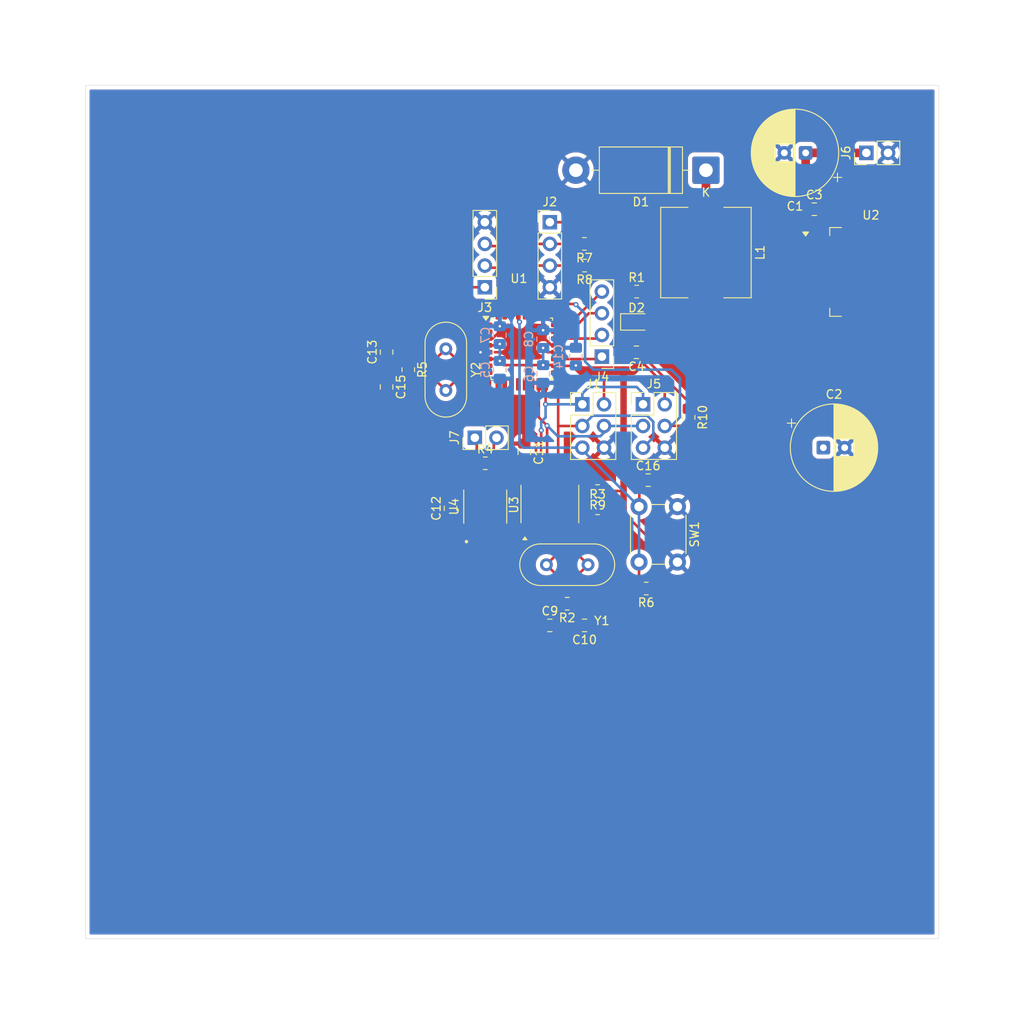
<source format=kicad_pcb>
(kicad_pcb (version 20241229) (generator "pcbnew") (generator_version "9.0")
  (layers (0 "F.Cu" signal) (2 "B.Cu" signal) (13 "F.Paste" user) (15 "B.Paste" user) (5 "F.SilkS" user "F.Silkscreen") (7 "B.SilkS" user "B.Silkscreen") (1 "F.Mask" user) (3 "B.Mask" user) (25 "Edge.Cuts" user))
  (net 0 "")
  (net 1 "GND")
  (net 2 "+12V")
  (net 3 "+5V")
  (net 4 "Net-(U3-OSC2)")
  (net 5 "Net-(U3-OSC1)")
  (net 6 "/XTAL1")
  (net 7 "/XTAL2")
  (net 8 "/RST")
  (net 9 "Net-(D1-K)")
  (net 10 "Net-(D2-K)")
  (net 11 "/SCK")
  (net 12 "/MOSI")
  (net 13 "/MISO")
  (net 14 "/SCL")
  (net 15 "/SDA")
  (net 16 "/RX")
  (net 17 "/TX")
  (net 18 "/A6")
  (net 19 "/PC1")
  (net 20 "/PC0")
  (net 21 "/A7")
  (net 22 "/CS")
  (net 23 "Net-(U3-~{RESET})")
  (net 24 "/CANL")
  (net 25 "/CANH")
  (net 26 "/SS")
  (net 38 "/CAN_RX")
  (net 44 "/CAN_TX")
  (footprint "Resistor_SMD:R_0805_2012Metric_Pad1.20x1.40mm_HandSolder" (layer "F.Cu") (at 164.608 74.168)
    (property "Reference" "R1")
    (property "Value" "1k")
  )
  (footprint "Package_QFP:TQFP-32_7x7mm_P0.8mm" (layer "F.Cu") (at 151.136 80.8705)
    (property "Reference" "U1")
    (property "Value" "ATmega328-A")
  )
  (footprint "Resistor_SMD:R_0805_2012Metric_Pad1.20x1.40mm_HandSolder" (layer "F.Cu") (at 165.7215 108.9625 180)
    (property "Reference" "R6")
    (property "Value" "4.7k")
  )
  (footprint "extra_footprint:SOIC127P600X175-8N" (layer "F.Cu") (at 146.85975 99.36675 90)
    (property "Reference" "U4")
    (property "Value" "TJA1050T_CM_118")
  )
  (footprint "LED_SMD:LED_0805_2012Metric_Pad1.15x1.40mm_HandSolder" (layer "F.Cu") (at 164.583 77.724)
    (property "Reference" "D2")
    (property "Value" "LED")
  )
  (footprint "Diode_THT:D_DO-201AD_P15.24mm_Horizontal" (layer "F.Cu") (at 172.72 59.944 180)
    (property "Reference" "D1")
    (property "Value" "1N5822")
  )
  (footprint "Capacitor_SMD:C_0805_2012Metric_Pad1.18x1.45mm_HandSolder" (layer "F.Cu") (at 135.298187 85.344 -90)
    (property "Reference" "C15")
    (property "Value" "22p")
  )
  (footprint "Connector_PinHeader_2.54mm:PinHeader_1x02_P2.54mm_Vertical" (layer "F.Cu") (at 191.516 57.912 90)
    (property "Reference" "J6")
    (property "Value" "Conn_01x02")
  )
  (footprint "Capacitor_SMD:C_0805_2012Metric_Pad1.18x1.45mm_HandSolder" (layer "F.Cu") (at 165.954 96.2625)
    (property "Reference" "C16")
    (property "Value" "10u")
  )
  (footprint "Capacitor_SMD:C_0805_2012Metric_Pad1.18x1.45mm_HandSolder" (layer "F.Cu") (at 185.42 64.516)
    (property "Reference" "C3")
    (property "Value" "100n")
  )
  (footprint "Inductor_SMD:L_10.4x10.4_H4.8" (layer "F.Cu") (at 172.72 69.596 -90)
    (property "Reference" "L1")
    (property "Value" "100u")
  )
  (footprint "Connector_PinHeader_2.54mm:PinHeader_1x04_P2.54mm_Vertical" (layer "F.Cu") (at 160.528 81.788 180)
    (property "Reference" "J4")
    (property "Value" "Conn_01x04")
  )
  (footprint "Capacitor_SMD:C_0805_2012Metric_Pad1.18x1.45mm_HandSolder" (layer "F.Cu") (at 135.298187 81.2585 90)
    (property "Reference" "C13")
    (property "Value" "22p")
  )
  (footprint "Button_Switch_THT:SW_PUSH_6mm" (layer "F.Cu") (at 169.382 99.366 -90)
    (property "Reference" "SW1")
    (property "Value" "SW_Push")
  )
  (footprint "Connector_PinHeader_2.54mm:PinHeader_2x03_P2.54mm_Vertical" (layer "F.Cu") (at 158.237 87.376)
    (property "Reference" "J1")
    (property "Value" "Conn_02x03_Odd_Even")
  )
  (footprint "Capacitor_THT:CP_Radial_D10.0mm_P2.50mm" (layer "F.Cu") (at 184.404 57.912 180)
    (property "Reference" "C1")
    (property "Value" "100u")
  )
  (footprint "Resistor_SMD:R_0805_2012Metric_Pad1.20x1.40mm_HandSolder" (layer "F.Cu") (at 137.838187 83.312 -90)
    (property "Reference" "R5")
    (property "Value" "10M")
  )
  (footprint "Capacitor_SMD:C_0805_2012Metric_Pad1.18x1.45mm_HandSolder" (layer "F.Cu") (at 151.43675 93.01675 -90)
    (property "Reference" "C11")
    (property "Value" "100nF")
  )
  (footprint "Capacitor_SMD:C_0805_2012Metric_Pad1.18x1.45mm_HandSolder" (layer "F.Cu") (at 164.5705 81.28 180)
    (property "Reference" "C4")
    (property "Value" "100n")
  )
  (footprint "Resistor_SMD:R_0805_2012Metric_Pad1.20x1.40mm_HandSolder" (layer "F.Cu") (at 160.02 99.568)
    (property "Reference" "R3")
    (property "Value" "10k")
  )
  (footprint "Package_TO_SOT_SMD:TO-263-5_TabPin3" (layer "F.Cu") (at 192.054 71.863)
    (property "Reference" "U2")
    (property "Value" "LM2576S-5")
  )
  (footprint "Resistor_SMD:R_0805_2012Metric_Pad1.20x1.40mm_HandSolder" (layer "F.Cu") (at 170.688 88.9 -90)
    (property "Reference" "R10")
    (property "Value" "10k")
  )
  (footprint "Connector_PinHeader_2.54mm:PinHeader_1x04_P2.54mm_Vertical" (layer "F.Cu") (at 146.812 73.66 180)
    (property "Reference" "J3")
    (property "Value" "Conn_01x04")
  )
  (footprint "Connector_PinHeader_2.54mm:PinHeader_2x03_P2.54mm_Vertical" (layer "F.Cu") (at 165.349 87.376)
    (property "Reference" "J5")
    (property "Value" "Conn_02x03_Odd_Even")
  )
  (footprint "Resistor_SMD:R_0805_2012Metric_Pad1.20x1.40mm_HandSolder" (layer "F.Cu") (at 146.85975 94.28675)
    (property "Reference" "R4")
    (property "Value" "120R")
  )
  (footprint "Connector_PinHeader_2.54mm:PinHeader_1x04_P2.54mm_Vertical" (layer "F.Cu") (at 154.4288 66.04)
    (property "Reference" "J2")
    (property "Value" "Conn_01x04")
  )
  (footprint "Resistor_SMD:R_0805_2012Metric_Pad1.20x1.40mm_HandSolder" (layer "F.Cu") (at 158.5088 71.12 180)
    (property "Reference" "R8")
    (property "Value" "R")
  )
  (footprint "Crystal:Crystal_HC49-U_Vertical" (layer "F.Cu") (at 142.24 80.872 -90)
    (property "Reference" "Y2")
    (property "Value" "Crystal")
  )
  (footprint "Capacitor_SMD:C_0805_2012Metric_Pad1.18x1.45mm_HandSolder" (layer "F.Cu") (at 154.432 113.284)
    (property "Reference" "C9")
    (property "Value" "22pF")
  )
  (footprint "Crystal:Crystal_HC49-U_Vertical" (layer "F.Cu") (at 158.904 106.172 180)
    (property "Reference" "Y1")
    (property "Value" "20MHz")
  )
  (footprint "Capacitor_SMD:C_0805_2012Metric_Pad1.18x1.45mm_HandSolder" (layer "F.Cu") (at 158.496 113.284 180)
    (property "Reference" "C10")
    (property "Value" "22pF")
  )
  (footprint "Connector_PinHeader_2.54mm:PinHeader_1x02_P2.54mm_Vertical" (layer "F.Cu") (at 145.6375 91.2915 90)
    (property "Reference" "J7")
    (property "Value" "Conn_01x02")
  )
  (footprint "Resistor_SMD:R_0805_2012Metric_Pad1.20x1.40mm_HandSolder" (layer "F.Cu") (at 160.02 97.536 180)
    (property "Reference" "R9")
    (property "Value" "10k")
  )
  (footprint "Capacitor_SMD:C_0805_2012Metric_Pad1.18x1.45mm_HandSolder" (layer "F.Cu") (at 142.79575 99.568 90)
    (property "Reference" "C12")
    (property "Value" "100nF")
  )
  (footprint "Package_SO:TSSOP-20_4.4x6.5mm_P0.65mm" (layer "F.Cu") (at 154.432 99.06 90)
    (property "Reference" "U3")
    (property "Value" "MCP2515-xST")
  )
  (footprint "Capacitor_THT:CP_Radial_D10.0mm_P2.50mm" (layer "F.Cu") (at 186.476 92.456)
    (property "Reference" "C2")
    (property "Value" "1000u")
  )
  (footprint "Resistor_SMD:R_0805_2012Metric_Pad1.20x1.40mm_HandSolder" (layer "F.Cu") (at 156.464 110.744 180)
    (property "Reference" "R2")
    (property "Value" "10M")
  )
  (footprint "Resistor_SMD:R_0805_2012Metric_Pad1.20x1.40mm_HandSolder" (layer "F.Cu") (at 158.48 68.58 180)
    (property "Reference" "R7")
    (property "Value" "R")
  )
  (footprint "Capacitor_SMD:C_0805_2012Metric_Pad1.18x1.45mm_HandSolder" (layer "B.Cu") (at 157.48 81.788 -90)
    (property "Reference" "C14")
    (property "Value" "10u")
  )
  (footprint "Capacitor_SMD:C_0805_2012Metric_Pad1.18x1.45mm_HandSolder" (layer "B.Cu") (at 148.564 83.3335 -90)
    (property "Reference" "C5")
    (property "Value" "100n")
  )
  (footprint "Capacitor_SMD:C_0805_2012Metric_Pad1.18x1.45mm_HandSolder" (layer "B.Cu") (at 148.564 79.2695 -90)
    (property "Reference" "C7")
    (property "Value" "100n")
  )
  (footprint "Capacitor_SMD:C_0805_2012Metric_Pad1.18x1.45mm_HandSolder" (layer "B.Cu") (at 153.644 79.7345 -90)
    (property "Reference" "C8")
    (property "Value" "100n")
  )
  (footprint "Capacitor_SMD:C_0805_2012Metric_Pad1.18x1.45mm_HandSolder" (layer "B.Cu") (at 153.644 83.82 -90)
    (property "Reference" "C6")
    (property "Value" "100n")
  )
  (gr_rect (start 100 50) (end 200 150) (stroke (width 0.05)) (fill no) (layer "Edge.Cuts"))
  (segment (start 146.9735 81.2705) (end 146.3135 81.2705) (width 0.3048) (layer "F.Cu") (net 1))
  (segment (start 146.9735 79.6705) (end 147.710999 79.6705) (width 0.3048) (layer "F.Cu") (net 1))
  (segment (start 146.3135 81.2705) (end 146.304 81.28) (width 0.3048) (layer "F.Cu") (net 1))
  (segment (start 155.2985 80.4705) (end 154.6385 80.4705) (width 0.3048) (layer "F.Cu") (net 1))
  (segment (start 147.710999 79.6705) (end 148.564 78.817499) (width 0.3048) (layer "F.Cu") (net 1))
  (segment (start 153.644 79.476) (end 153.644 78.697) (width 0.3048) (layer "F.Cu") (net 1))
  (segment (start 148.564 78.817499) (end 148.564 78.232) (width 0.3048) (layer "F.Cu") (net 1))
  (segment (start 154.6385 80.4705) (end 153.644 79.476) (width 0.3048) (layer "F.Cu") (net 1))
  (via (at 146.304 81.28) (size 0.6) (drill 0.3) (layers "F.Cu" "B.Cu") (net 1))
  (via (at 153.644 78.697) (size 0.6) (drill 0.3) (layers "F.Cu" "B.Cu") (net 1))
  (via (at 148.564 78.232) (size 0.6) (drill 0.3) (layers "F.Cu" "B.Cu") (net 1))
  (segment (start 184.404 64.4945) (end 184.3825 64.516) (width 1.016) (layer "F.Cu") (net 2))
  (segment (start 184.404 57.912) (end 184.404 64.4945) (width 1.016) (layer "F.Cu") (net 2))
  (segment (start 184.3825 68.4415) (end 184.404 68.463) (width 1.016) (layer "F.Cu") (net 2))
  (segment (start 184.3825 64.516) (end 184.3825 68.4415) (width 1.016) (layer "F.Cu") (net 2))
  (segment (start 191.516 57.912) (end 184.404 57.912) (width 1.016) (layer "F.Cu") (net 2))
  (segment (start 165.608 82.005) (end 165.608 81.28) (width 1.016) (layer "F.Cu") (net 3))
  (segment (start 172.903 73.563) (end 172.72 73.746) (width 1.016) (layer "F.Cu") (net 3))
  (segment (start 151.507 96.1975) (end 147.49475 100.20975) (width 0.3048) (layer "F.Cu") (net 3))
  (segment (start 153.644 82.7825) (end 155.2105 82.7825) (width 0.3048) (layer "F.Cu") (net 3))
  (segment (start 160.528 83.432) (end 163.068 83.432) (width 1.016) (layer "F.Cu") (net 3))
  (segment (start 157.435 82.8705) (end 157.48 82.8255) (width 0.3048) (layer "F.Cu") (net 3))
  (segment (start 151.43675 94.05425) (end 151.507 94.1245) (width 0.3048) (layer "F.Cu") (net 3))
  (segment (start 163.068 99.568) (end 163.068 101.092) (width 0.762) (layer "F.Cu") (net 3))
  (segment (start 163.068 83.432) (end 164.181 83.432) (width 1.016) (layer "F.Cu") (net 3))
  (segment (start 168.656 79.248) (end 168.148 79.756) (width 0.3048) (layer "F.Cu") (net 3))
  (segment (start 170.688 81.28) (end 169.164 81.28) (width 1.016) (layer "F.Cu") (net 3))
  (segment (start 144.78 68.58) (end 144.78 73.152) (width 0.3048) (layer "F.Cu") (net 3))
  (segment (start 167.64 78.232) (end 167.64 72.136) (width 0.3048) (layer "F.Cu") (net 3))
  (segment (start 168.148 63.5) (end 169.164 64.516) (width 0.3048) (layer "F.Cu") (net 3))
  (segment (start 163.068 97.536) (end 163.068 99.568) (width 0.762) (layer "F.Cu") (net 3))
  (segment (start 168.148 69.088) (end 168.148 78.74) (width 0.3048) (layer "F.Cu") (net 3))
  (segment (start 170.688 87.085) (end 170.688 87.9) (width 0.3048) (layer "F.Cu") (net 3))
  (segment (start 148.3385 82.0705) (end 148.564 82.296) (width 0.3048) (layer "F.Cu") (net 3))
  (segment (start 165.608 79.248) (end 165.608 79.756) (width 1.016) (layer "F.Cu") (net 3))
  (segment (start 166.7215 103.7295) (end 163.068 100.076) (width 0.3048) (layer "F.Cu") (net 3))
  (segment (start 165.608 79.756) (end 165.608 80.264) (width 1.016) (layer "F.Cu") (net 3))
  (segment (start 169.164 81.28) (end 168.656 81.28) (width 1.016) (layer "F.Cu") (net 3))
  (segment (start 167.132 78.74) (end 165.608 78.74) (width 0.3048) (layer "F.Cu") (net 3))
  (segment (start 161.02 99.568) (end 163.068 99.568) (width 0.3048) (layer "F.Cu") (net 3))
  (segment (start 168.656 81.28) (end 168.148 81.28) (width 1.016) (layer "F.Cu") (net 3))
  (segment (start 167.64 81.28) (end 165.608 81.28) (width 1.016) (layer "F.Cu") (net 3))
  (segment (start 168.656 80.264) (end 165.608 80.264) (width 0.3048) (layer "F.Cu") (net 3))
  (segment (start 142.79575 98.5305) (end 145.8155 98.5305) (width 0.3048) (layer "F.Cu") (net 3))
  (segment (start 147.49475 100.20975) (end 147.49475 101.95175) (width 0.3048) (layer "F.Cu") (net 3))
  (segment (start 165.608 77.724) (end 165.608 78.74) (width 1.016) (layer "F.Cu") (net 3))
  (segment (start 161.02 97.536) (end 163.068 97.536) (width 0.3048) (layer "F.Cu") (net 3))
  (segment (start 168.148 78.74) (end 167.64 79.248) (width 0.3048) (layer "F.Cu") (net 3))
  (segment (start 151.507 96.1975) (end 151.507 94.1245) (width 0.3048) (layer "F.Cu") (net 3))
  (segment (start 155.2985 82.8705) (end 157.435 82.8705) (width 0.3048) (layer "F.Cu") (net 3))
  (segment (start 163.068 83.432) (end 163.068 97.536) (width 0.762) (layer "F.Cu") (net 3))
  (segment (start 157.988 100.584) (end 158.496 101.092) (width 0.3048) (layer "F.Cu") (net 3))
  (segment (start 160.777 87.376) (end 160.777 83.681) (width 0.3048) (layer "F.Cu") (net 3))
  (segment (start 184.404 73.563) (end 172.903 73.563) (width 1.016) (layer "F.Cu") (net 3))
  (segment (start 165.608 80.264) (end 165.608 81.28) (width 1.016) (layer "F.Cu") (net 3))
  (segment (start 144.78 73.152) (end 145.288 73.66) (width 0.3048) (layer "F.Cu") (net 3))
  (segment (start 167.889 87.376) (end 167.889 85.085) (width 0.3048) (layer "F.Cu") (net 3))
  (segment (start 144.78 69.596) (end 144.78 69.164135) (width 0.3048) (layer "F.Cu") (net 3))
  (segment (start 145.288 73.66) (end 146.812 73.66) (width 0.3048) (layer "F.Cu") (net 3))
  (segment (start 158.108 83.432) (end 157.6079 82.9319) (width 1.016) (layer "F.Cu") (net 3))
  (segment (start 172.72 81.24) (end 172.76 81.28) (width 1.016) (layer "F.Cu") (net 3))
  (segment (start 167.64 79.248) (end 165.608 79.248) (width 0.3048) (layer "F.Cu") (net 3))
  (segment (start 148.564 82.296) (end 149.0505 82.7825) (width 0.3048) (layer "F.Cu") (net 3))
  (segment (start 144.78 69.596) (end 144.78 68.58) (width 0.3048) (layer "F.Cu") (net 3))
  (segment (start 168.656 79.248) (end 168.656 66.548) (width 0.3048) (layer "F.Cu") (net 3))
  (segment (start 165.2085 82.4045) (end 165.608 82.005) (width 1.016) (layer "F.Cu") (net 3))
  (segment (start 146.9735 82.0705) (end 148.3385 82.0705) (width 0.3048) (layer "F.Cu") (net 3))
  (segment (start 157.6079 82.9319) (end 157.48 82.9319) (width 1.016) (layer "F.Cu") (net 3))
  (segment (start 172.76 81.28) (end 170.688 81.28) (width 1.016) (layer "F.Cu") (net 3))
  (segment (start 168.656 66.548) (end 168.148 66.04) (width 0.3048) (layer "F.Cu") (net 3))
  (segment (start 167.889 81.529) (end 167.64 81.28) (width 0.3048) (layer "F.Cu") (net 3))
  (segment (start 144.78 68.58) (end 144.78 64.008) (width 0.3048) (layer "F.Cu") (net 3))
  (segment (start 172.72 73.746) (end 172.72 81.24) (width 1.016) (layer "F.Cu") (net 3))
  (segment (start 158.108 83.432) (end 160.528 83.432) (width 1.016) (layer "F.Cu") (net 3))
  (segment (start 151.507 97.659) (end 153.924 100.076) (width 0.3048) (layer "F.Cu") (net 3))
  (segment (start 148.4005 80.4705) (end 148.564 80.307) (width 0.3048) (layer "F.Cu") (net 3))
  (segment (start 146.812 73.66) (end 146.558 73.914) (width 0.3048) (layer "F.Cu") (net 3))
  (segment (start 151.507 96.1975) (end 151.507 97.659) (width 0.3048) (layer "F.Cu") (net 3))
  (segment (start 168.148 81.28) (end 167.64 81.28) (width 1.016) (layer "F.Cu") (net 3))
  (segment (start 146.9735 80.4705) (end 148.4005 80.4705) (width 0.3048) (layer "F.Cu") (net 3))
  (segment (start 164.181 83.432) (end 165.2085 82.4045) (width 1.016) (layer "F.Cu") (net 3))
  (segment (start 154.432 100.584) (end 157.988 100.584) (width 0.3048) (layer "F.Cu") (net 3))
  (segment (start 169.164 64.516) (end 169.164 79.756) (width 0.3048) (layer "F.Cu") (net 3))
  (segment (start 155.2985 81.2705) (end 154.1425 81.2705) (width 0.3048) (layer "F.Cu") (net 3))
  (segment (start 159.48 68.58) (end 167.64 68.58) (width 0.3048) (layer "F.Cu") (net 3))
  (segment (start 167.64 68.58) (end 168.148 69.088) (width 0.3048) (layer "F.Cu") (net 3))
  (segment (start 145.8155 98.5305) (end 147.49475 100.20975) (width 0.3048) (layer "F.Cu") (net 3))
  (segment (start 154.1425 81.2705) (end 153.644 80.772) (width 0.3048) (layer "F.Cu") (net 3))
  (segment (start 166.7215 108.9625) (end 166.7215 103.7295) (width 0.3048) (layer "F.Cu") (net 3))
  (segment (start 155.2105 82.7825) (end 155.2985 82.8705) (width 0.3048) (layer "F.Cu") (net 3))
  (segment (start 149.0505 82.7825) (end 153.644 82.7825) (width 0.3048) (layer "F.Cu") (net 3))
  (segment (start 167.64 72.136) (end 166.624 71.12) (width 0.3048) (layer "F.Cu") (net 3))
  (segment (start 168.148 79.756) (end 165.608 79.756) (width 0.3048) (layer "F.Cu") (net 3))
  (segment (start 145.288 63.5) (end 168.148 63.5) (width 0.3048) (layer "F.Cu") (net 3))
  (segment (start 153.924 100.076) (end 154.432 100.584) (width 0.3048) (layer "F.Cu") (net 3))
  (segment (start 166.624 71.12) (end 159.5088 71.12) (width 0.3048) (layer "F.Cu") (net 3))
  (segment (start 165.608 82.005) (end 170.688 87.085) (width 0.3048) (layer "F.Cu") (net 3))
  (segment (start 167.64 78.232) (end 167.132 78.74) (width 0.3048) (layer "F.Cu") (net 3))
  (segment (start 168.148 66.04) (end 154.4288 66.04) (width 0.3048) (layer "F.Cu") (net 3))
  (segment (start 169.164 79.756) (end 168.656 80.264) (width 0.3048) (layer "F.Cu") (net 3))
  (segment (start 144.78 64.008) (end 145.288 63.5) (width 0.3048) (layer "F.Cu") (net 3))
  (segment (start 167.889 85.085) (end 165.2085 82.4045) (width 0.3048) (layer "F.Cu") (net 3))
  (segment (start 165.608 78.74) (end 165.608 79.248) (width 1.016) (layer "F.Cu") (net 3))
  (segment (start 158.496 101.092) (end 163.068 101.092) (width 0.3048) (layer "F.Cu") (net 3))
  (segment (start 160.777 83.681) (end 160.528 83.432) (width 0.3048) (layer "F.Cu") (net 3))
  (via (at 148.564 80.307) (size 0.6) (drill 0.3) (layers "F.Cu" "B.Cu") (net 3))
  (via (at 153.644 80.772) (size 0.6) (drill 0.3) (layers "F.Cu" "B.Cu") (net 3))
  (via (at 157.48 82.8255) (size 0.6) (drill 0.3) (layers "F.Cu" "B.Cu") (net 3))
  (via (at 153.644 82.7825) (size 0.6) (drill 0.3) (layers "F.Cu" "B.Cu") (net 3))
  (via (at 148.564 82.296) (size 0.6) (drill 0.3) (layers "F.Cu" "B.Cu") (net 3))
  (segment (start 153.644 82.7825) (end 153.644 80.772) (width 0.3048) (layer "B.Cu") (net 3))
  (segment (start 148.564 80.307) (end 148.564 82.296) (width 0.3048) (layer "B.Cu") (net 3))
  (segment (start 155.464 107.612) (end 154.024 106.172) (width 0.3048) (layer "F.Cu") (net 4))
  (segment (start 155.464 113.2785) (end 155.4695 113.284) (width 0.3048) (layer "F.Cu") (net 4))
  (segment (start 156.057 104.139) (end 156.057 101.9225) (width 0.3048) (layer "F.Cu") (net 4))
  (segment (start 155.464 110.744) (end 155.464 113.2785) (width 0.3048) (layer "F.Cu") (net 4))
  (segment (start 155.464 110.744) (end 155.464 107.612) (width 0.3048) (layer "F.Cu") (net 4))
  (segment (start 154.024 106.172) (end 156.057 104.139) (width 0.3048) (layer "F.Cu") (net 4))
  (segment (start 156.707 103.975) (end 156.707 101.9225) (width 0.3048) (layer "F.Cu") (net 5))
  (segment (start 157.464 110.744) (end 157.464 107.612) (width 0.3048) (layer "F.Cu") (net 5))
  (segment (start 158.904 106.172) (end 156.707 103.975) (width 0.3048) (layer "F.Cu") (net 5))
  (segment (start 157.464 107.612) (end 158.904 106.172) (width 0.3048) (layer "F.Cu") (net 5))
  (segment (start 157.464 110.744) (end 157.464 113.2785) (width 0.3048) (layer "F.Cu") (net 5))
  (segment (start 157.464 113.2785) (end 157.4585 113.284) (width 0.3048) (layer "F.Cu") (net 5))
  (segment (start 137.838187 82.312) (end 135.314187 82.312) (width 0.3048) (layer "F.Cu") (net 6))
  (segment (start 144.2385 82.8705) (end 142.24 80.872) (width 0.3048) (layer "F.Cu") (net 6))
  (segment (start 146.9735 82.8705) (end 144.2385 82.8705) (width 0.3048) (layer "F.Cu") (net 6))
  (segment (start 135.314187 82.312) (end 135.298187 82.296) (width 0.3048) (layer "F.Cu") (net 6))
  (segment (start 140.8 82.312) (end 142.24 80.872) (width 0.3048) (layer "F.Cu") (net 6))
  (segment (start 137.838187 82.312) (end 140.8 82.312) (width 0.3048) (layer "F.Cu") (net 6))
  (segment (start 135.303687 84.312) (end 135.298187 84.3065) (width 0.3048) (layer "F.Cu") (net 7))
  (segment (start 146.9735 83.6705) (end 144.3215 83.6705) (width 0.3048) (layer "F.Cu") (net 7))
  (segment (start 144.3215 83.6705) (end 142.24 85.752) (width 0.3048) (layer "F.Cu") (net 7))
  (segment (start 137.838187 84.312) (end 140.8 84.312) (width 0.3048) (layer "F.Cu") (net 7))
  (segment (start 137.838187 84.312) (end 135.303687 84.312) (width 0.3048) (layer "F.Cu") (net 7))
  (segment (start 140.8 84.312) (end 142.24 85.752) (width 0.3048) (layer "F.Cu") (net 7))
  (segment (start 164.882 108.802) (end 164.7215 108.9625) (width 0.3048) (layer "F.Cu") (net 8))
  (segment (start 150.736 77.584) (end 150.876 77.724) (width 0.3048) (layer "F.Cu") (net 8))
  (segment (start 164.882 105.866) (end 164.882 108.802) (width 0.3048) (layer "F.Cu") (net 8))
  (segment (start 150.736 76.708) (end 150.736 77.584) (width 0.3048) (layer "F.Cu") (net 8))
  (segment (start 164.9165 96.2625) (end 164.9165 99.3315) (width 0.3048) (layer "F.Cu") (net 8))
  (segment (start 164.9165 99.3315) (end 164.882 99.366) (width 0.3048) (layer "F.Cu") (net 8))
  (via (at 150.876 77.724) (size 0.6) (drill 0.3) (layers "F.Cu" "B.Cu") (net 8))
  (segment (start 158.237 92.721) (end 158.237 92.456) (width 0.3048) (layer "B.Cu") (net 8))
  (segment (start 164.882 99.366) (end 164.882 105.866) (width 0.3048) (layer "B.Cu") (net 8))
  (segment (start 150.876 91.948) (end 150.876 77.724) (width 0.3048) (layer "B.Cu") (net 8))
  (segment (start 151.384 92.456) (end 150.876 91.948) (width 0.3048) (layer "B.Cu") (net 8))
  (segment (start 158.237 92.456) (end 151.384 92.456) (width 0.3048) (layer "B.Cu") (net 8))
  (segment (start 164.882 99.366) (end 158.237 92.721) (width 0.3048) (layer "B.Cu") (net 8))
  (segment (start 174.811 70.163) (end 184.404 70.163) (width 1.016) (layer "F.Cu") (net 9))
  (segment (start 172.72 59.944) (end 172.72 65.446) (width 1.016) (layer "F.Cu") (net 9))
  (segment (start 172.72 68.072) (end 174.811 70.163) (width 1.016) (layer "F.Cu") (net 9))
  (segment (start 172.72 65.446) (end 172.72 68.072) (width 1.016) (layer "F.Cu") (net 9))
  (segment (start 163.608 74.168) (end 163.608 77.674) (width 1.016) (layer "F.Cu") (net 10))
  (segment (start 163.608 77.674) (end 163.558 77.724) (width 1.016) (layer "F.Cu") (net 10))
  (segment (start 158.237 89.916) (end 155.407 89.916) (width 0.3048) (layer "F.Cu") (net 11))
  (segment (start 155.2985 83.6705) (end 155.407 83.779) (width 0.3048) (layer "F.Cu") (net 11))
  (segment (start 155.407 83.779) (end 155.407 89.916) (width 0.3048) (layer "F.Cu") (net 11))
  (segment (start 155.407 89.916) (end 155.407 96.1975) (width 0.3048) (layer "F.Cu") (net 11))
  (segment (start 159.4404 88.7126) (end 158.237 89.916) (width 0.3048) (layer "B.Cu") (net 11))
  (segment (start 166.5524 89.417535) (end 165.847465 88.7126) (width 0.3048) (layer "B.Cu") (net 11))
  (segment (start 165.349 92.456) (end 166.5524 91.2526) (width 0.3048) (layer "B.Cu") (net 11))
  (segment (start 165.847465 88.7126) (end 159.4404 88.7126) (width 0.3048) (layer "B.Cu") (net 11))
  (segment (start 166.5524 91.2526) (end 166.5524 89.417535) (width 0.3048) (layer "B.Cu") (net 11))
  (segment (start 153.136 85.033) (end 153.136 88.9) (width 0.3048) (layer "F.Cu") (net 12))
  (segment (start 154.107 89.871) (end 154.107 91.44) (width 0.3048) (layer "F.Cu") (net 12))
  (segment (start 160.777 89.916) (end 160.777 90.683) (width 0.3048) (layer "F.Cu") (net 12))
  (segment (start 154.107 91.44) (end 154.107 96.1975) (width 0.3048) (layer "F.Cu") (net 12))
  (segment (start 153.136 88.9) (end 154.107 89.871) (width 0.3048) (layer "F.Cu") (net 12))
  (via (at 154.107 89.871) (size 0.6) (drill 0.3) (layers "F.Cu" "B.Cu") (net 12))
  (segment (start 160.3406 91.1194) (end 155.3554 91.1194) (width 0.3048) (layer "B.Cu") (net 12))
  (segment (start 155.3554 91.1194) (end 154.107 89.871) (width 0.3048) (layer "B.Cu") (net 12))
  (segment (start 160.777 89.916) (end 160.777 90.683) (width 0.3048) (layer "B.Cu") (net 12))
  (segment (start 160.777 89.916) (end 165.349 89.916) (width 0.3048) (layer "B.Cu") (net 12))
  (segment (start 160.777 90.683) (end 160.3406 91.1194) (width 0.3048) (layer "B.Cu") (net 12))
  (segment (start 153.416 90.424) (end 153.416 96.1565) (width 0.3048) (layer "F.Cu") (net 13))
  (segment (start 153.416 96.1565) (end 153.457 96.1975) (width 0.3048) (layer "F.Cu") (net 13))
  (segment (start 153.936 86.348) (end 153.936 85.033) (width 0.3048) (layer "F.Cu") (net 13))
  (segment (start 153.929965 87.376) (end 153.936 86.348) (width 0.3048) (layer "F.Cu") (net 13))
  (via (at 153.416 90.424) (size 0.6) (drill 0.3) (layers "F.Cu" "B.Cu") (net 13))
  (via (at 153.929965 87.376) (size 0.6) (drill 0.3) (layers "F.Cu" "B.Cu") (net 13))
  (segment (start 153.416 90.424) (end 153.416 89.413965) (width 0.3048) (layer "B.Cu") (net 13))
  (segment (start 158.237 87.376) (end 158.237 86.111) (width 0.3048) (layer "B.Cu") (net 13))
  (segment (start 164.592 85.344) (end 165.349 86.101) (width 0.3048) (layer "B.Cu") (net 13))
  (segment (start 153.929965 88.9) (end 153.929965 87.376) (width 0.3048) (layer "B.Cu") (net 13))
  (segment (start 159.004 85.344) (end 164.592 85.344) (width 0.3048) (layer "B.Cu") (net 13))
  (segment (start 165.349 86.101) (end 165.349 87.376) (width 0.3048) (layer "B.Cu") (net 13))
  (segment (start 153.416 89.413965) (end 153.929965 88.9) (width 0.3048) (layer "B.Cu") (net 13))
  (segment (start 158.237 86.111) (end 159.004 85.344) (width 0.3048) (layer "B.Cu") (net 13))
  (segment (start 153.929965 87.376) (end 158.237 87.376) (width 0.3048) (layer "B.Cu") (net 13))
  (segment (start 151.536 76.708) (end 151.536 69.444) (width 0.3048) (layer "F.Cu") (net 14))
  (segment (start 157.48 68.58) (end 154.4288 68.58) (width 0.3048) (layer "F.Cu") (net 14))
  (segment (start 151.536 69.444) (end 152.4 68.58) (width 0.3048) (layer "F.Cu") (net 14))
  (segment (start 154.4288 68.58) (end 152.4 68.58) (width 0.3048) (layer "F.Cu") (net 14))
  (segment (start 152.336 76.708) (end 152.336 71.692) (width 0.3048) (layer "F.Cu") (net 15))
  (segment (start 157.5088 71.12) (end 154.4288 71.12) (width 0.3048) (layer "F.Cu") (net 15))
  (segment (start 152.908 71.12) (end 154.4288 71.12) (width 0.3048) (layer "F.Cu") (net 15))
  (segment (start 152.336 71.692) (end 152.908 71.12) (width 0.3048) (layer "F.Cu") (net 15))
  (segment (start 146.812 68.58) (end 147.066 68.834) (width 0.3048) (layer "F.Cu") (net 16))
  (segment (start 149.936 69.672) (end 149.936 76.708) (width 0.3048) (layer "F.Cu") (net 16))
  (segment (start 149.098 68.834) (end 149.936 69.672) (width 0.3048) (layer "F.Cu") (net 16))
  (segment (start 147.066 68.834) (end 149.098 68.834) (width 0.3048) (layer "F.Cu") (net 16))
  (segment (start 149.136 71.92) (end 149.136 76.708) (width 0.3048) (layer "F.Cu") (net 17))
  (segment (start 146.812 71.12) (end 147.066 71.374) (width 0.3048) (layer "F.Cu") (net 17))
  (segment (start 148.59 71.374) (end 149.136 71.92) (width 0.3048) (layer "F.Cu") (net 17))
  (segment (start 147.066 71.374) (end 148.59 71.374) (width 0.3048) (layer "F.Cu") (net 17))
  (segment (start 160.2455 82.0705) (end 160.528 81.788) (width 0.3048) (layer "F.Cu") (net 18))
  (segment (start 155.2985 82.0705) (end 160.2455 82.0705) (width 0.3048) (layer "F.Cu") (net 18))
  (segment (start 156.6255 78.0705) (end 160.528 74.168) (width 0.3048) (layer "F.Cu") (net 19))
  (segment (start 155.2985 78.0705) (end 156.6255 78.0705) (width 0.3048) (layer "F.Cu") (net 19))
  (segment (start 155.2985 78.8705) (end 156.8415 78.8705) (width 0.3048) (layer "F.Cu") (net 20))
  (segment (start 156.8415 78.8705) (end 159.004 76.708) (width 0.3048) (layer "F.Cu") (net 20))
  (segment (start 159.004 76.708) (end 160.528 76.708) (width 0.3048) (layer "F.Cu") (net 20))
  (segment (start 155.2985 79.6705) (end 160.1055 79.6705) (width 0.3048) (layer "F.Cu") (net 21))
  (segment (start 160.1055 79.6705) (end 160.528 79.248) (width 0.3048) (layer "F.Cu") (net 21))
  (segment (start 153.591352 75.6171) (end 157.4051 75.6171) (width 0.3048) (layer "F.Cu") (net 22))
  (segment (start 170.688 89.9) (end 167.905 89.9) (width 0.3048) (layer "F.Cu") (net 22))
  (segment (start 157.4051 75.6171) (end 157.48 75.692) (width 0.3048) (layer "F.Cu") (net 22))
  (segment (start 153.136 76.072452) (end 153.591352 75.6171) (width 0.3048) (layer "F.Cu") (net 22))
  (segment (start 153.136 76.708) (end 153.136 76.072452) (width 0.3048) (layer "F.Cu") (net 22))
  (segment (start 167.905 89.9) (end 167.889 89.916) (width 0.3048) (layer "F.Cu") (net 22))
  (via (at 157.48 75.692) (size 0.6) (drill 0.3) (layers "F.Cu" "B.Cu") (net 22))
  (segment (start 158.5584 76.7704) (end 158.5584 82.3584) (width 0.3048) (layer "B.Cu") (net 22))
  (segment (start 168.656 89.916) (end 167.889 89.916) (width 0.3048) (layer "B.Cu") (net 22))
  (segment (start 168.656 83.312) (end 169.672 84.328) (width 0.3048) (layer "B.Cu") (net 22))
  (segment (start 169.672 84.328) (end 169.672 88.9) (width 0.3048) (layer "B.Cu") (net 22))
  (segment (start 159.512 83.312) (end 168.656 83.312) (width 0.3048) (layer "B.Cu") (net 22))
  (segment (start 169.672 88.9) (end 168.656 89.916) (width 0.3048) (layer "B.Cu") (net 22))
  (segment (start 158.5584 82.3584) (end 159.512 83.312) (width 0.3048) (layer "B.Cu") (net 22))
  (segment (start 157.48 75.692) (end 158.5584 76.7704) (width 0.3048) (layer "B.Cu") (net 22))
  (segment (start 152.157 97.028) (end 154.697 99.568) (width 0.3048) (layer "F.Cu") (net 23))
  (segment (start 152.157 97.028) (end 152.157 96.1975) (width 0.3048) (layer "F.Cu") (net 23))
  (segment (start 154.697 99.568) (end 159.02 99.568) (width 0.3048) (layer "F.Cu") (net 23))
  (segment (start 147.49475 94.65175) (end 147.85975 94.28675) (width 0.3048) (layer "F.Cu") (net 24))
  (segment (start 147.85975 91.60925) (end 148.1775 91.2915) (width 0.3048) (layer "F.Cu") (net 24))
  (segment (start 147.49475 96.78175) (end 147.49475 94.65175) (width 0.3048) (layer "F.Cu") (net 24))
  (segment (start 147.85975 94.28675) (end 147.85975 91.60925) (width 0.3048) (layer "F.Cu") (net 24))
  (segment (start 146.22475 94.65175) (end 145.85975 94.28675) (width 0.3048) (layer "F.Cu") (net 25))
  (segment (start 145.85975 94.28675) (end 145.85975 91.51375) (width 0.3048) (layer "F.Cu") (net 25))
  (segment (start 146.22475 96.78175) (end 146.22475 94.65175) (width 0.3048) (layer "F.Cu") (net 25))
  (segment (start 145.85975 91.51375) (end 145.6375 91.2915) (width 0.3048) (layer "F.Cu") (net 25))
  (segment (start 152.807 90.895) (end 152.807 96.1975) (width 0.3048) (layer "F.Cu") (net 26))
  (segment (start 152.336 85.033) (end 152.336 90.424) (width 0.3048) (layer "F.Cu") (net 26))
  (segment (start 152.336 90.424) (end 152.807 90.895) (width 0.3048) (layer "F.Cu") (net 26))
  (segment (start 152.807 96.927) (end 152.807 96.1975) (width 0.3048) (layer "F.Cu") (net 26))
  (segment (start 159.02 97.536) (end 153.416 97.536) (width 0.3048) (layer "F.Cu") (net 26))
  (segment (start 153.416 97.536) (end 152.807 96.927) (width 0.3048) (layer "F.Cu") (net 26))
  (segment (start 151.7385 100.1815) (end 152.157 100.6) (width 0.3048) (layer "F.Cu") (net 38))
  (segment (start 152.157 100.6) (end 152.157 101.9225) (width 0.3048) (layer "F.Cu") (net 38))
  (segment (start 148.76475 100.61525) (end 149.1985 100.1815) (width 0.3048) (layer "F.Cu") (net 38))
  (segment (start 149.1985 100.1815) (end 151.7385 100.1815) (width 0.3048) (layer "F.Cu") (net 38))
  (segment (start 148.76475 101.95175) (end 148.76475 100.61525) (width 0.3048) (layer "F.Cu") (net 38))
  (segment (start 145.46275 103.7375) (end 150.999 103.7375) (width 0.3048) (layer "F.Cu") (net 44))
  (segment (start 150.999 103.7375) (end 151.507 103.2295) (width 0.3048) (layer "F.Cu") (net 44))
  (segment (start 144.95475 103.2295) (end 145.46275 103.7375) (width 0.3048) (layer "F.Cu") (net 44))
  (segment (start 144.95475 101.95175) (end 144.95475 103.2295) (width 0.3048) (layer "F.Cu") (net 44))
  (segment (start 151.507 103.2295) (end 151.507 101.9225) (width 0.3048) (layer "F.Cu") (net 44))
  (zone (net 1) (net_name "GND") (layers "F.Cu" "B.Cu") (connect_pads (clearance 0.5)) (min_thickness 0.25) (fill yes (thermal_gap 0.5) (thermal_bridge_width 0.5))
    (polygon (pts (xy 210 160) (xy 90 160) (xy 90 40) (xy 210 40)))
  )
)
</source>
